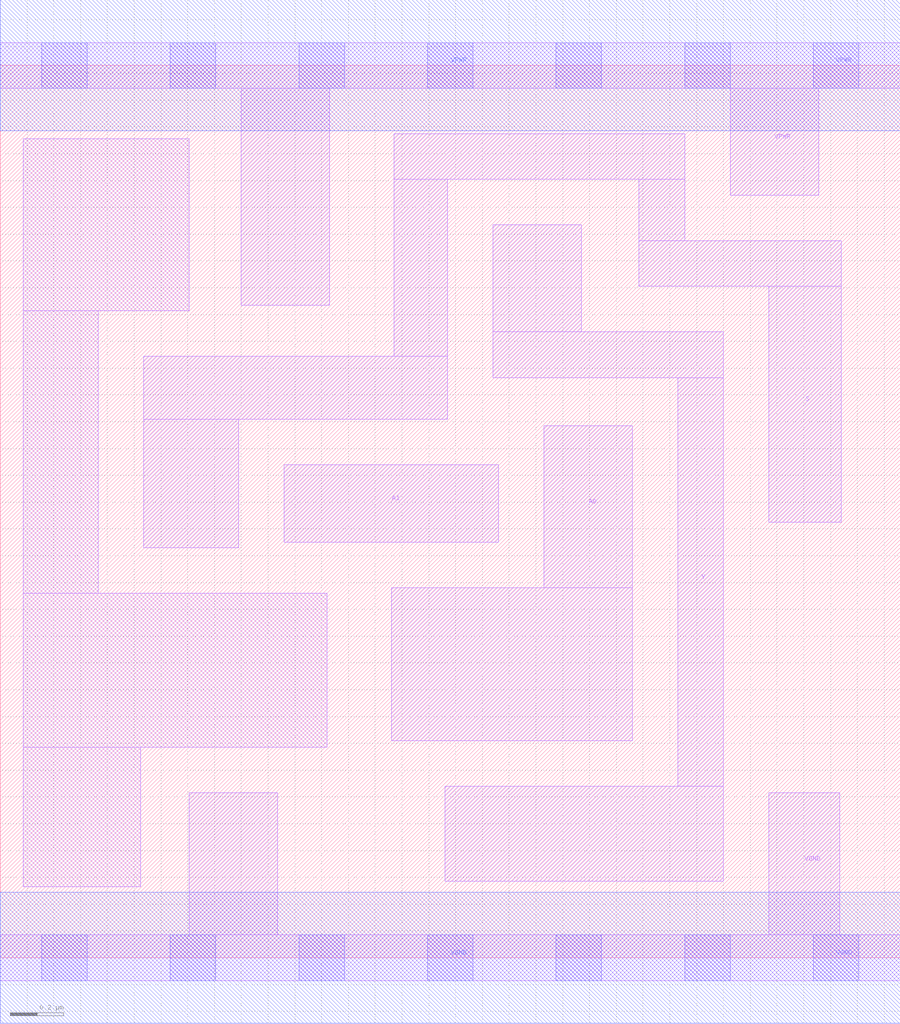
<source format=lef>
# Copyright 2020 The SkyWater PDK Authors
#
# Licensed under the Apache License, Version 2.0 (the "License");
# you may not use this file except in compliance with the License.
# You may obtain a copy of the License at
#
#     https://www.apache.org/licenses/LICENSE-2.0
#
# Unless required by applicable law or agreed to in writing, software
# distributed under the License is distributed on an "AS IS" BASIS,
# WITHOUT WARRANTIES OR CONDITIONS OF ANY KIND, either express or implied.
# See the License for the specific language governing permissions and
# limitations under the License.
#
# SPDX-License-Identifier: Apache-2.0

VERSION 5.7 ;
  NAMESCASESENSITIVE ON ;
  NOWIREEXTENSIONATPIN ON ;
  DIVIDERCHAR "/" ;
  BUSBITCHARS "[]" ;
UNITS
  DATABASE MICRONS 200 ;
END UNITS
MACRO sky130_fd_sc_lp__mux2i_0
  CLASS CORE ;
  SOURCE USER ;
  FOREIGN sky130_fd_sc_lp__mux2i_0 ;
  ORIGIN  0.000000  0.000000 ;
  SIZE  3.360000 BY  3.330000 ;
  SYMMETRY X Y R90 ;
  SITE unit ;
  PIN A0
    ANTENNAGATEAREA  0.159000 ;
    DIRECTION INPUT ;
    USE SIGNAL ;
    PORT
      LAYER li1 ;
        RECT 1.460000 0.810000 2.360000 1.380000 ;
        RECT 2.030000 1.380000 2.360000 1.985000 ;
    END
  END A0
  PIN A1
    ANTENNAGATEAREA  0.159000 ;
    DIRECTION INPUT ;
    USE SIGNAL ;
    PORT
      LAYER li1 ;
        RECT 1.060000 1.550000 1.860000 1.840000 ;
    END
  END A1
  PIN S
    ANTENNAGATEAREA  0.318000 ;
    DIRECTION INPUT ;
    USE SIGNAL ;
    PORT
      LAYER li1 ;
        RECT 0.535000 1.530000 0.890000 2.010000 ;
        RECT 0.535000 2.010000 1.670000 2.245000 ;
        RECT 1.470000 2.245000 1.670000 2.905000 ;
        RECT 1.470000 2.905000 2.555000 3.075000 ;
        RECT 2.385000 2.505000 3.140000 2.675000 ;
        RECT 2.385000 2.675000 2.555000 2.905000 ;
        RECT 2.870000 1.625000 3.140000 2.505000 ;
    END
  END S
  PIN Y
    ANTENNADIFFAREA  0.403600 ;
    DIRECTION OUTPUT ;
    USE SIGNAL ;
    PORT
      LAYER li1 ;
        RECT 1.660000 0.285000 2.700000 0.640000 ;
        RECT 1.840000 2.165000 2.700000 2.335000 ;
        RECT 1.840000 2.335000 2.170000 2.735000 ;
        RECT 2.530000 0.640000 2.700000 2.165000 ;
    END
  END Y
  PIN VGND
    DIRECTION INOUT ;
    USE GROUND ;
    PORT
      LAYER li1 ;
        RECT 0.000000 -0.085000 3.360000 0.085000 ;
        RECT 0.705000  0.085000 1.035000 0.615000 ;
        RECT 2.870000  0.085000 3.135000 0.615000 ;
      LAYER mcon ;
        RECT 0.155000 -0.085000 0.325000 0.085000 ;
        RECT 0.635000 -0.085000 0.805000 0.085000 ;
        RECT 1.115000 -0.085000 1.285000 0.085000 ;
        RECT 1.595000 -0.085000 1.765000 0.085000 ;
        RECT 2.075000 -0.085000 2.245000 0.085000 ;
        RECT 2.555000 -0.085000 2.725000 0.085000 ;
        RECT 3.035000 -0.085000 3.205000 0.085000 ;
      LAYER met1 ;
        RECT 0.000000 -0.245000 3.360000 0.245000 ;
    END
  END VGND
  PIN VPWR
    DIRECTION INOUT ;
    USE POWER ;
    PORT
      LAYER li1 ;
        RECT 0.000000 3.245000 3.360000 3.415000 ;
        RECT 0.900000 2.435000 1.230000 3.245000 ;
        RECT 2.725000 2.845000 3.055000 3.245000 ;
      LAYER mcon ;
        RECT 0.155000 3.245000 0.325000 3.415000 ;
        RECT 0.635000 3.245000 0.805000 3.415000 ;
        RECT 1.115000 3.245000 1.285000 3.415000 ;
        RECT 1.595000 3.245000 1.765000 3.415000 ;
        RECT 2.075000 3.245000 2.245000 3.415000 ;
        RECT 2.555000 3.245000 2.725000 3.415000 ;
        RECT 3.035000 3.245000 3.205000 3.415000 ;
      LAYER met1 ;
        RECT 0.000000 3.085000 3.360000 3.575000 ;
    END
  END VPWR
  OBS
    LAYER li1 ;
      RECT 0.085000 0.265000 0.525000 0.785000 ;
      RECT 0.085000 0.785000 1.220000 1.360000 ;
      RECT 0.085000 1.360000 0.365000 2.415000 ;
      RECT 0.085000 2.415000 0.705000 3.055000 ;
  END
END sky130_fd_sc_lp__mux2i_0

</source>
